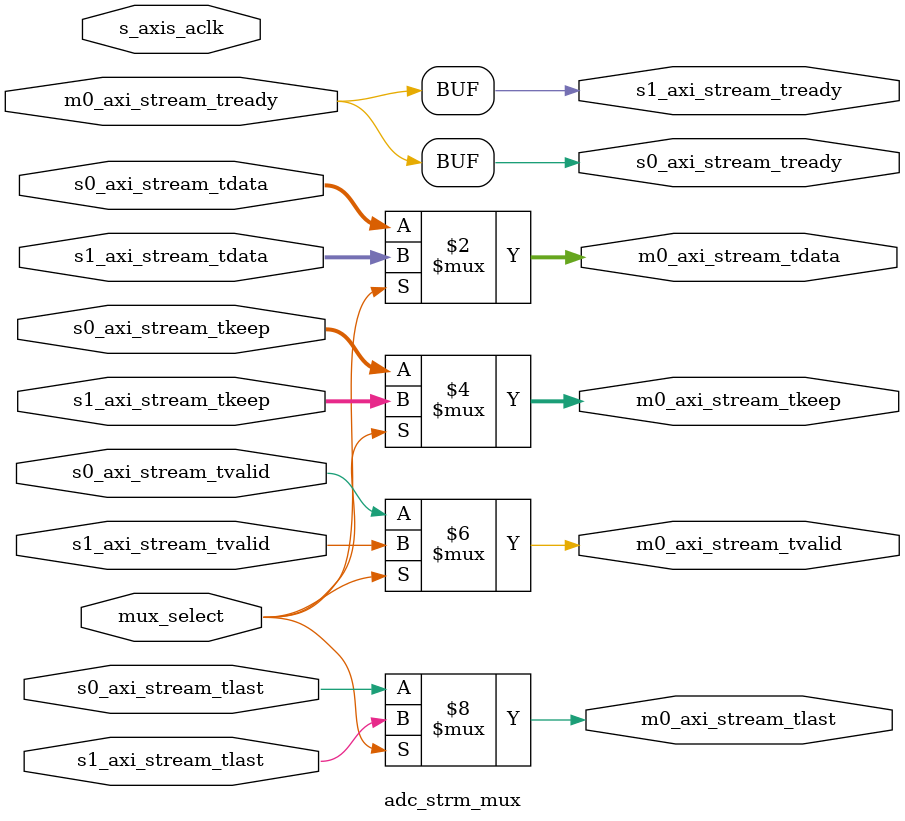
<source format=v>

module  adc_strm_mux # 
  (
// AXI Streaming Interface Parameters
    parameter AXIS_TDATA_WIDTH   =  256,
    parameter AXIS_TKEEP_WIDTH   =  32
  ) 
  (
  
    // Mux selection select
    input                                        mux_select, 
    input                                        s_axis_aclk,
 
    
 // master 0 AXI Streaming Interface                     
    input       [AXIS_TDATA_WIDTH-1:0]           s0_axi_stream_tdata,
    input       [AXIS_TKEEP_WIDTH-1:0]           s0_axi_stream_tkeep,
    input                                        s0_axi_stream_tvalid,
    input                                        s0_axi_stream_tlast,
    output                                       s0_axi_stream_tready,    
 // slave 1 Streaming Interface                     
    input       [AXIS_TDATA_WIDTH-1:0]           s1_axi_stream_tdata,
    input       [AXIS_TKEEP_WIDTH-1:0]           s1_axi_stream_tkeep,
    input                                        s1_axi_stream_tvalid,
    input                                        s1_axi_stream_tlast,
    output                                       s1_axi_stream_tready,    
                
 // master AXI Streaming Interface                     
    output      [AXIS_TDATA_WIDTH-1:0]           m0_axi_stream_tdata,
    output      [AXIS_TKEEP_WIDTH-1:0]           m0_axi_stream_tkeep,
    output                                       m0_axi_stream_tvalid,
    output                                       m0_axi_stream_tlast,
    input                                        m0_axi_stream_tready    
                                    
  );
  
  
  assign m0_axi_stream_tdata   =  (mux_select ==1'b0) ? s0_axi_stream_tdata   : s1_axi_stream_tdata;
  assign m0_axi_stream_tkeep   =  (mux_select ==1'b0) ? s0_axi_stream_tkeep   : s1_axi_stream_tkeep;
  assign m0_axi_stream_tvalid  =  (mux_select ==1'b0) ? s0_axi_stream_tvalid  : s1_axi_stream_tvalid;
  assign m0_axi_stream_tlast   =  (mux_select ==1'b0) ? s0_axi_stream_tlast   : s1_axi_stream_tlast;
 // assign s0_axi_stream_tready  =  (mux_select ==1'b0) ? m0_axi_stream_tready  : 1'b0;
 assign s0_axi_stream_tready  =   m0_axi_stream_tready;  

 // assign s1_axi_stream_tready  =  (mux_select ==1'b1) ? m0_axi_stream_tready  : 1'b0;
  assign s1_axi_stream_tready  =  m0_axi_stream_tready ;


endmodule
                                                          

</source>
